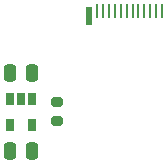
<source format=gbr>
%TF.GenerationSoftware,KiCad,Pcbnew,9.0.4*%
%TF.CreationDate,2025-09-22T11:49:04+02:00*%
%TF.ProjectId,Expansion_Card_typec,45787061-6e73-4696-9f6e-5f436172645f,X1*%
%TF.SameCoordinates,Original*%
%TF.FileFunction,Paste,Top*%
%TF.FilePolarity,Positive*%
%FSLAX46Y46*%
G04 Gerber Fmt 4.6, Leading zero omitted, Abs format (unit mm)*
G04 Created by KiCad (PCBNEW 9.0.4) date 2025-09-22 11:49:04*
%MOMM*%
%LPD*%
G01*
G04 APERTURE LIST*
G04 Aperture macros list*
%AMRoundRect*
0 Rectangle with rounded corners*
0 $1 Rounding radius*
0 $2 $3 $4 $5 $6 $7 $8 $9 X,Y pos of 4 corners*
0 Add a 4 corners polygon primitive as box body*
4,1,4,$2,$3,$4,$5,$6,$7,$8,$9,$2,$3,0*
0 Add four circle primitives for the rounded corners*
1,1,$1+$1,$2,$3*
1,1,$1+$1,$4,$5*
1,1,$1+$1,$6,$7*
1,1,$1+$1,$8,$9*
0 Add four rect primitives between the rounded corners*
20,1,$1+$1,$2,$3,$4,$5,0*
20,1,$1+$1,$4,$5,$6,$7,0*
20,1,$1+$1,$6,$7,$8,$9,0*
20,1,$1+$1,$8,$9,$2,$3,0*%
G04 Aperture macros list end*
%ADD10R,0.650000X1.060000*%
%ADD11RoundRect,0.250000X0.250000X0.475000X-0.250000X0.475000X-0.250000X-0.475000X0.250000X-0.475000X0*%
%ADD12RoundRect,0.200000X-0.275000X0.200000X-0.275000X-0.200000X0.275000X-0.200000X0.275000X0.200000X0*%
%ADD13R,0.600000X1.550000*%
%ADD14R,0.250000X1.300000*%
G04 APERTURE END LIST*
D10*
%TO.C,U1*%
X131768000Y-135044000D03*
X130818000Y-135044000D03*
X129868000Y-135044000D03*
X129868000Y-137244000D03*
X131768000Y-137244000D03*
%TD*%
D11*
%TO.C,C1*%
X131768000Y-132842000D03*
X129868000Y-132842000D03*
%TD*%
D12*
%TO.C,R1*%
X133858000Y-135319000D03*
X133858000Y-136969000D03*
%TD*%
D13*
%TO.C,P1*%
X136600000Y-128072500D03*
D14*
X137250000Y-127647500D03*
X137750000Y-127647500D03*
X138250000Y-127647500D03*
X138750000Y-127647500D03*
X139250000Y-127647500D03*
X139750000Y-127647500D03*
X140250000Y-127647500D03*
X140750000Y-127647500D03*
X141250000Y-127647500D03*
X141750000Y-127647500D03*
X142250000Y-127647500D03*
X142750000Y-127647500D03*
%TD*%
D11*
%TO.C,C2*%
X131768000Y-139446000D03*
X129868000Y-139446000D03*
%TD*%
M02*

</source>
